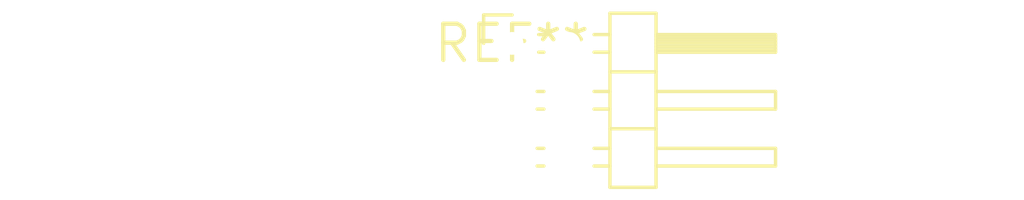
<source format=kicad_pcb>
(kicad_pcb (version 20240108) (generator pcbnew)
  (layers (0 "F.Cu" signal) (31 "B.Cu" signal) (34 "B.Paste" user) (35 "F.Paste" user) (36 "B.SilkS" user "B.Silkscreen") (37 "F.SilkS" user "F.Silkscreen") (38 "B.Mask" user) (39 "F.Mask" user) (44 "Edge.Cuts" user))
  (net 0 "")
  (footprint "PinHeader_2x03_P2.00mm_Horizontal" (layer "F.Cu") (at 0 0)
    (property "Reference" "REF**")
    (property "Value" "PinHeader_2x03_P2.00mm_Horizontal")
    (fp_line (start -1 -1) (end 0 -1) (layer "F.SilkS") (stroke (width 0.12)))
    (fp_line (start -1 0) (end -1 -1) (layer "F.SilkS") (stroke (width 0.12)))
    (fp_line (start 0.882114 1.69) (end 1.117886 1.69) (layer "F.SilkS") (stroke (width 0.12)))
    (fp_line (start 0.882114 2.31) (end 1.117886 2.31) (layer "F.SilkS") (stroke (width 0.12)))
    (fp_line (start 0.882114 3.69) (end 1.117886 3.69) (layer "F.SilkS") (stroke (width 0.12)))
    (fp_line (start 0.882114 4.31) (end 1.117886 4.31) (layer "F.SilkS") (stroke (width 0.12)))
    (fp_line (start 0.935 -0.31) (end 1.117886 -0.31) (layer "F.SilkS") (stroke (width 0.12)))
    (fp_line (start 0.935 0.31) (end 1.117886 0.31) (layer "F.SilkS") (stroke (width 0.12)))
    (fp_line (start 2.882114 -0.31) (end 3.44 -0.31) (layer "F.SilkS") (stroke (width 0.12)))
    (fp_line (start 2.882114 0.31) (end 3.44 0.31) (layer "F.SilkS") (stroke (width 0.12)))
    (fp_line (start 2.882114 1.69) (end 3.44 1.69) (layer "F.SilkS") (stroke (width 0.12)))
    (fp_line (start 2.882114 2.31) (end 3.44 2.31) (layer "F.SilkS") (stroke (width 0.12)))
    (fp_line (start 2.882114 3.69) (end 3.44 3.69) (layer "F.SilkS") (stroke (width 0.12)))
    (fp_line (start 2.882114 4.31) (end 3.44 4.31) (layer "F.SilkS") (stroke (width 0.12)))
    (fp_line (start 3.44 -1.06) (end 3.44 5.06) (layer "F.SilkS") (stroke (width 0.12)))
    (fp_line (start 3.44 1) (end 5.06 1) (layer "F.SilkS") (stroke (width 0.12)))
    (fp_line (start 3.44 3) (end 5.06 3) (layer "F.SilkS") (stroke (width 0.12)))
    (fp_line (start 3.44 5.06) (end 5.06 5.06) (layer "F.SilkS") (stroke (width 0.12)))
    (fp_line (start 5.06 -1.06) (end 3.44 -1.06) (layer "F.SilkS") (stroke (width 0.12)))
    (fp_line (start 5.06 -0.31) (end 9.26 -0.31) (layer "F.SilkS") (stroke (width 0.12)))
    (fp_line (start 5.06 -0.25) (end 9.26 -0.25) (layer "F.SilkS") (stroke (width 0.12)))
    (fp_line (start 5.06 -0.13) (end 9.26 -0.13) (layer "F.SilkS") (stroke (width 0.12)))
    (fp_line (start 5.06 -0.01) (end 9.26 -0.01) (layer "F.SilkS") (stroke (width 0.12)))
    (fp_line (start 5.06 0.11) (end 9.26 0.11) (layer "F.SilkS") (stroke (width 0.12)))
    (fp_line (start 5.06 0.23) (end 9.26 0.23) (layer "F.SilkS") (stroke (width 0.12)))
    (fp_line (start 5.06 1.69) (end 9.26 1.69) (layer "F.SilkS") (stroke (width 0.12)))
    (fp_line (start 5.06 3.69) (end 9.26 3.69) (layer "F.SilkS") (stroke (width 0.12)))
    (fp_line (start 5.06 5.06) (end 5.06 -1.06) (layer "F.SilkS") (stroke (width 0.12)))
    (fp_line (start 9.26 -0.31) (end 9.26 0.31) (layer "F.SilkS") (stroke (width 0.12)))
    (fp_line (start 9.26 0.31) (end 5.06 0.31) (layer "F.SilkS") (stroke (width 0.12)))
    (fp_line (start 9.26 1.69) (end 9.26 2.31) (layer "F.SilkS") (stroke (width 0.12)))
    (fp_line (start 9.26 2.31) (end 5.06 2.31) (layer "F.SilkS") (stroke (width 0.12)))
    (fp_line (start 9.26 3.69) (end 9.26 4.31) (layer "F.SilkS") (stroke (width 0.12)))
    (fp_line (start 9.26 4.31) (end 5.06 4.31) (layer "F.SilkS") (stroke (width 0.12)))
    (pad "1" thru_hole rect (at 0 0) (size 1.35 1.35) (drill 0.8) (layers *.Cu *.Mask) (remove_unused_layers))
    (pad "2" thru_hole oval (at 2 0) (size 1.35 1.35) (drill 0.8) (layers *.Cu *.Mask) (remove_unused_layers))
    (pad "3" thru_hole oval (at 0 2) (size 1.35 1.35) (drill 0.8) (layers *.Cu *.Mask) (remove_unused_layers))
    (pad "4" thru_hole oval (at 2 2) (size 1.35 1.35) (drill 0.8) (layers *.Cu *.Mask) (remove_unused_layers))
    (pad "5" thru_hole oval (at 0 4) (size 1.35 1.35) (drill 0.8) (layers *.Cu *.Mask) (remove_unused_layers))
    (pad "6" thru_hole oval (at 2 4) (size 1.35 1.35) (drill 0.8) (layers *.Cu *.Mask) (remove_unused_layers))
  )
)
</source>
